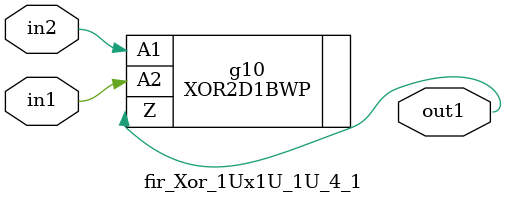
<source format=v>
`timescale 1ps / 1ps


module fir_Xor_1Ux1U_1U_4_1(in2, in1, out1);
  input in2, in1;
  output out1;
  wire in2, in1;
  wire out1;
  XOR2D1BWP g10(.A1 (in2), .A2 (in1), .Z (out1));
endmodule



</source>
